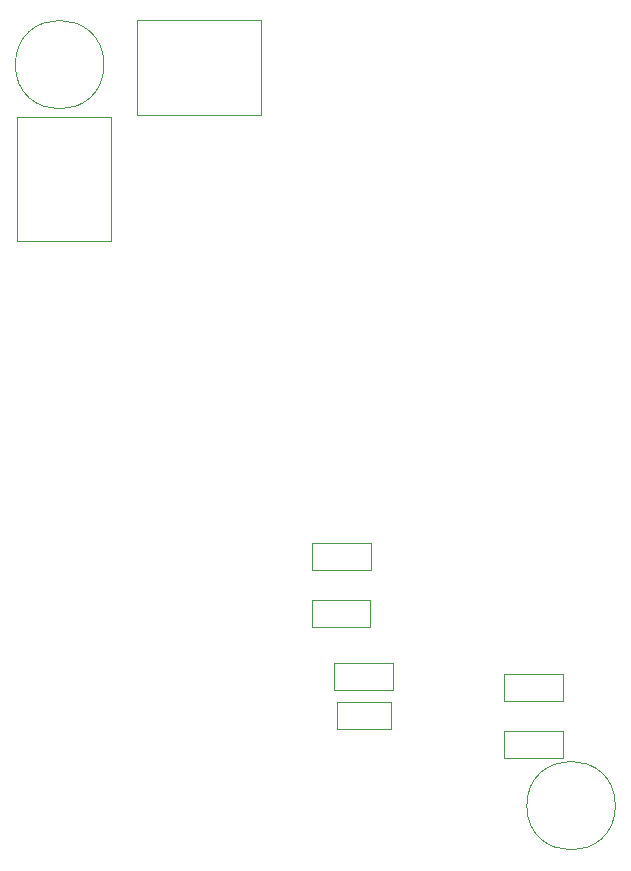
<source format=gbr>
%TF.GenerationSoftware,KiCad,Pcbnew,(5.1.12)-1*%
%TF.CreationDate,2021-12-15T12:49:01+01:00*%
%TF.ProjectId,HorseFOT_thomas_v1,486f7273-6546-44f5-945f-74686f6d6173,rev?*%
%TF.SameCoordinates,Original*%
%TF.FileFunction,Other,User*%
%FSLAX46Y46*%
G04 Gerber Fmt 4.6, Leading zero omitted, Abs format (unit mm)*
G04 Created by KiCad (PCBNEW (5.1.12)-1) date 2021-12-15 12:49:01*
%MOMM*%
%LPD*%
G01*
G04 APERTURE LIST*
%ADD10C,0.050000*%
G04 APERTURE END LIST*
D10*
%TO.C,REF\u002A\u002A*%
X141164000Y-45085000D02*
G75*
G03*
X141164000Y-45085000I-3750000J0D01*
G01*
X184471000Y-107823000D02*
G75*
G03*
X184471000Y-107823000I-3750000J0D01*
G01*
%TO.C,R7*%
X160915000Y-101323000D02*
X160915000Y-99083000D01*
X160915000Y-99083000D02*
X165475000Y-99083000D01*
X165475000Y-99083000D02*
X165475000Y-101323000D01*
X165475000Y-101323000D02*
X160915000Y-101323000D01*
%TO.C,J5*%
X143975000Y-41339000D02*
X154475000Y-41339000D01*
X143975000Y-41339000D02*
X143975000Y-49339000D01*
X154475000Y-49339000D02*
X154475000Y-41339000D01*
X154475000Y-49339000D02*
X143975000Y-49339000D01*
%TO.C,J1*%
X133795000Y-59987000D02*
X133795000Y-49487000D01*
X133795000Y-59987000D02*
X141795000Y-59987000D01*
X141795000Y-49487000D02*
X133795000Y-49487000D01*
X141795000Y-49487000D02*
X141795000Y-59987000D01*
%TO.C,C22*%
X163731500Y-90417000D02*
X163731500Y-92717000D01*
X163731500Y-92717000D02*
X158771500Y-92717000D01*
X158771500Y-92717000D02*
X158771500Y-90417000D01*
X158771500Y-90417000D02*
X163731500Y-90417000D01*
%TO.C,C19*%
X163770000Y-85591000D02*
X163770000Y-87891000D01*
X163770000Y-87891000D02*
X158810000Y-87891000D01*
X158810000Y-87891000D02*
X158810000Y-85591000D01*
X158810000Y-85591000D02*
X163770000Y-85591000D01*
%TO.C,C18*%
X180026000Y-96640000D02*
X180026000Y-98940000D01*
X180026000Y-98940000D02*
X175066000Y-98940000D01*
X175066000Y-98940000D02*
X175066000Y-96640000D01*
X175066000Y-96640000D02*
X180026000Y-96640000D01*
%TO.C,C17*%
X180026000Y-101466000D02*
X180026000Y-103766000D01*
X180026000Y-103766000D02*
X175066000Y-103766000D01*
X175066000Y-103766000D02*
X175066000Y-101466000D01*
X175066000Y-101466000D02*
X180026000Y-101466000D01*
%TO.C,C13*%
X160676500Y-98051000D02*
X160676500Y-95751000D01*
X160676500Y-95751000D02*
X165636500Y-95751000D01*
X165636500Y-95751000D02*
X165636500Y-98051000D01*
X165636500Y-98051000D02*
X160676500Y-98051000D01*
%TD*%
M02*

</source>
